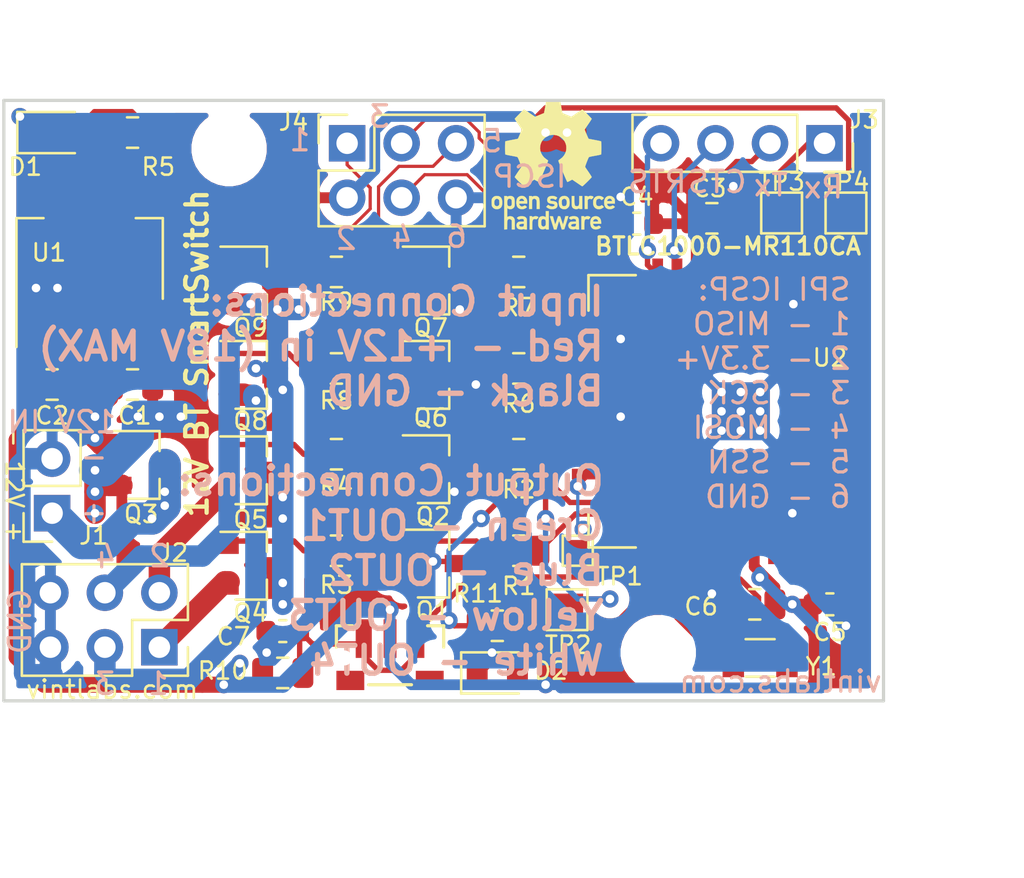
<source format=kicad_pcb>
(kicad_pcb (version 20171130) (host pcbnew 5.0.0)
  (layers (0 F.Cu signal) (31 B.Cu signal) (34 B.Paste user hide) (35 F.Paste user hide) (36 B.SilkS user) (37 F.SilkS user) (38 B.Mask user) (39 F.Mask user) (44 Edge.Cuts user))
  (net 0 "")
  (net 1 RESET)
  (net 2 VDD)
  (net 3 ADC_IN2)
  (net 4 "Net-(Q2-Pad1)")
  (net 5 "Net-(Q1-Pad2)")
  (net 6 "Net-(Q1-Pad1)")
  (net 7 GND)
  (net 8 "Net-(D1-Pad2)")
  (net 9 STATUS)
  (net 10 "Net-(D2-Pad2)")
  (net 11 +12V)
  (net 12 "Net-(U2-Pad18)")
  (net 13 "Net-(U2-Pad19)")
  (net 14 SPI_MISO)
  (net 15 SPI_SCK)
  (net 16 SPI_MOSI)
  (net 17 SPI_SSN)
  (net 18 RxD)
  (net 19 CTS)
  (net 20 TxD)
  (net 21 RTS)
  (net 22 "Net-(Q8-Pad1)")
  (net 23 "Net-(Q6-Pad2)")
  (net 24 "Net-(Q7-Pad1)")
  (net 25 CTRL_OUT4)
  (net 26 CTRL_OUT3)
  (net 27 "Net-(Q6-Pad1)")
  (net 28 "Net-(Q7-Pad2)")
  (net 29 "Net-(Q9-Pad1)")
  (net 30 "Net-(Q2-Pad2)")
  (net 31 "Net-(Q4-Pad1)")
  (net 32 CTRL_OUT2)
  (net 33 CTRL_OUT1)
  (net 34 LOAD_OUT1)
  (net 35 LOAD_OUT3)
  (net 36 LOAD_OUT4)
  (net 37 LOAD_OUT2)
  (net 38 "Net-(Q5-Pad1)")
  (net 39 12V_SUPP)
  (module BT_12v:ATBTLC1000-MR110 (layer F.Cu) (at 183.25 52.5 270)
    (fp_text reference U2 (at -2.5 -1.25) (layer F.SilkS) (effects (font (size 0.8 0.8) (thickness 0.12))))
    (fp_text value BTLC1000-MR110CA (at -7.7 3.5 180) (layer F.SilkS) (effects (font (size 0.8 0.8))))
    (pad 1 smd rect (at -6.35 0.476 270) (size 1.55 0.5) (layers F.Cu F.Paste F.Mask) (net 7 GND))
    (pad 25 smd rect (at 0 2.9 180) (size 2.7 2.7) (layers B.Cu) (net 7 GND))
    (pad 25 thru_hole circle (at -0.9 2 180) (size 0.8 0.8) (drill 0.4) (layers *.Cu F.Mask) (net 7 GND))
    (pad 25 thru_hole circle (at 0 2 180) (size 0.8 0.8) (drill 0.4) (layers *.Cu F.Mask) (net 7 GND))
    (pad 25 thru_hole circle (at 0.9 2 180) (size 0.8 0.8) (drill 0.4) (layers *.Cu F.Mask) (net 7 GND))
    (pad 25 thru_hole circle (at -0.9 2.9 180) (size 0.8 0.8) (drill 0.4) (layers *.Cu F.Mask) (net 7 GND))
    (pad 25 thru_hole circle (at -0.9 3.8 180) (size 0.8 0.8) (drill 0.4) (layers *.Cu F.Mask) (net 7 GND))
    (pad 25 thru_hole circle (at 0 3.8 180) (size 0.8 0.8) (drill 0.4) (layers *.Cu F.Mask) (net 7 GND))
    (pad 25 thru_hole circle (at 0 2.9 180) (size 0.8 0.8) (drill 0.4) (layers *.Cu F.Mask) (net 7 GND))
    (pad 25 thru_hole circle (at 0.9 2.9 180) (size 0.8 0.8) (drill 0.4) (layers *.Cu F.Mask) (net 7 GND))
    (pad 25 thru_hole circle (at 0.9 3.8 180) (size 0.8 0.8) (drill 0.4) (layers *.Cu F.Mask) (net 7 GND))
    (pad 2 smd rect (at -6.35 1.376 270) (size 1.55 0.5) (layers F.Cu F.Paste F.Mask) (net 25 CTRL_OUT4))
    (pad 3 smd rect (at -6.35 2.276 270) (size 1.55 0.5) (layers F.Cu F.Paste F.Mask) (net 26 CTRL_OUT3))
    (pad 4 smd rect (at -6.35 3.176 270) (size 1.55 0.5) (layers F.Cu F.Paste F.Mask) (net 18 RxD))
    (pad 5 smd rect (at -6.35 4.076 270) (size 1.55 0.5) (layers F.Cu F.Paste F.Mask) (net 20 TxD))
    (pad 6 smd rect (at -6.36 4.976 270) (size 1.55 0.5) (layers F.Cu F.Paste F.Mask) (net 2 VDD))
    (pad 7 smd rect (at -6.35 5.876 270) (size 1.55 0.5) (layers F.Cu F.Paste F.Mask) (net 19 CTS))
    (pad 8 smd rect (at -6.35 6.776 270) (size 1.55 0.5) (layers F.Cu F.Paste F.Mask) (net 21 RTS))
    (pad 9 smd rect (at -3.375 10) (size 1.55 0.5) (layers F.Cu F.Paste F.Mask) (net 7 GND))
    (pad 10 smd rect (at -2.475 10) (size 1.55 0.5) (layers F.Cu F.Paste F.Mask) (net 15 SPI_SCK))
    (pad 11 smd rect (at -1.575 10) (size 1.55 0.5) (layers F.Cu F.Paste F.Mask) (net 16 SPI_MOSI))
    (pad 12 smd rect (at -0.675 10) (size 1.55 0.5) (layers F.Cu F.Paste F.Mask) (net 17 SPI_SSN))
    (pad 13 smd rect (at 0.225 10) (size 1.55 0.5) (layers F.Cu F.Paste F.Mask) (net 7 GND))
    (pad 14 smd rect (at 1.125 10) (size 1.55 0.5) (layers F.Cu F.Paste F.Mask) (net 14 SPI_MISO))
    (pad 15 smd rect (at 2.025 10) (size 1.55 0.5) (layers F.Cu F.Paste F.Mask) (net 9 STATUS))
    (pad 16 smd rect (at 2.925 10) (size 1.55 0.5) (layers F.Cu F.Paste F.Mask) (net 3 ADC_IN2))
    (pad 21 smd rect (at 6.35 3.176 270) (size 1.55 0.5) (layers F.Cu F.Paste F.Mask) (net 33 CTRL_OUT1))
    (pad 24 smd rect (at 6.35 0.476 270) (size 1.55 0.5) (layers F.Cu F.Paste F.Mask) (net 7 GND))
    (pad 18 smd rect (at 6.35 5.876 270) (size 1.55 0.5) (layers F.Cu F.Paste F.Mask) (net 12 "Net-(U2-Pad18)"))
    (pad 17 smd rect (at 6.35 6.776 270) (size 1.55 0.5) (layers F.Cu F.Paste F.Mask) (net 2 VDD))
    (pad 19 smd rect (at 6.34 4.976 270) (size 1.55 0.5) (layers F.Cu F.Paste F.Mask) (net 13 "Net-(U2-Pad19)"))
    (pad 22 smd rect (at 6.35 2.276 270) (size 1.55 0.5) (layers F.Cu F.Paste F.Mask) (net 2 VDD))
    (pad 23 smd rect (at 6.35 1.376 270) (size 1.55 0.5) (layers F.Cu F.Paste F.Mask) (net 32 CTRL_OUT2))
    (pad 20 smd rect (at 6.35 4.076 270) (size 1.55 0.5) (layers F.Cu F.Paste F.Mask) (net 1 RESET))
    (pad 25 smd rect (at 0 2.9 180) (size 2.7 2.7) (layers F.Cu F.Paste F.Mask) (net 7 GND))
  )
  (module BT_12v:SW_TACTILE_PO21301 (layer F.Cu) (at 164 64)
    (fp_text reference SW1 hide)
    (fp_text value SW_Push)
    (pad "" smd rect (at -1.85 1.05) (size 1.3 0.9) (layers F.Cu F.Paste F.Mask))
    (pad "" smd rect (at 1.85 1.05) (size 1.3 0.9) (layers F.Cu F.Paste F.Mask))
    (pad "" np_thru_hole circle (at -2.125 0) (size 0.7 0.7) (drill 0.7) (layers *.Cu))
    (pad "" np_thru_hole circle (at 2.125 0) (size 0.7 0.7) (drill 0.7) (layers *.Cu))
    (pad 1 smd rect (at 1.225 -0.9) (size 0.75 1.8) (layers F.Cu F.Paste F.Mask) (net 1 RESET))
    (pad 2 smd rect (at 0 -0.9) (size 0.6 1.8) (layers F.Cu F.Paste F.Mask) (net 2 VDD))
    (pad 1 smd rect (at -1.225 -0.9) (size 0.75 1.8) (layers F.Cu F.Paste F.Mask) (net 1 RESET))
  )
  (module TestPoint:TestPoint_Pad_1.0x1.0mm (layer F.Cu) (at 172.75 59)
    (fp_text reference TP1 (at 1.95 1.2) (layer F.SilkS) (effects (font (size 0.8 0.8) (thickness 0.12))))
    (fp_text value TestPoint)
    (pad 1 smd rect (at 0 0) (size 1 1) (layers F.Cu F.Mask) (net 3 ADC_IN2))
  )
  (module TestPoint:TestPoint_Pad_1.5x1.5mm (layer F.Cu) (at 172.25 61.75)
    (fp_text reference TP2 (at 0.05 1.65) (layer F.SilkS) (effects (font (size 0.8 0.8) (thickness 0.12))))
    (fp_text value TestPoint)
    (pad 1 smd rect (at 0 0) (size 1.5 1.5) (layers F.Cu F.Mask) (net 32 CTRL_OUT2))
  )
  (module TestPoint:TestPoint_Pad_1.5x1.5mm (layer F.Cu) (at 185.25 43.25)
    (fp_text reference TP4 (at 0 -1.45) (layer F.SilkS) (effects (font (size 0.8 0.8) (thickness 0.12))))
    (fp_text value TestPoint)
    (pad 1 smd rect (at 0 0) (size 1.5 1.5) (layers F.Cu F.Mask) (net 25 CTRL_OUT4))
  )
  (module TestPoint:TestPoint_Pad_1.5x1.5mm (layer F.Cu) (at 182.25 43.25)
    (fp_text reference TP3 (at 0 -1.45) (layer F.SilkS) (effects (font (size 0.8 0.8) (thickness 0.12))))
    (fp_text value TestPoint)
    (pad 1 smd rect (at 0 0) (size 1.5 1.5) (layers F.Cu F.Mask) (net 26 CTRL_OUT3))
  )
  (module Connector_PinSocket_2.54mm:PinSocket_1x04_P2.54mm_Vertical (layer F.Cu) (at 184.25 40 270)
    (fp_text reference J3 (at -1.1 -1.85) (layer F.SilkS) (effects (font (size 0.8 0.8) (thickness 0.12))))
    (fp_text value Conn_02x02_Odd_Even)
    (pad 1 thru_hole rect (at 0 0 270) (size 1.7 1.7) (drill 1) (layers *.Cu *.Mask) (net 18 RxD))
    (pad 2 thru_hole oval (at 0 2.54 270) (size 1.7 1.7) (drill 1) (layers *.Cu *.Mask) (net 20 TxD))
    (pad 3 thru_hole oval (at 0 5.08 270) (size 1.7 1.7) (drill 1) (layers *.Cu *.Mask) (net 19 CTS))
    (pad 4 thru_hole oval (at 0 7.62 270) (size 1.7 1.7) (drill 1) (layers *.Cu *.Mask) (net 21 RTS))
  )
  (module Capacitor_SMD:C_0603_1608Metric (layer F.Cu) (at 159 62.75 180)
    (fp_text reference C7 (at 2.3 -0.25 180) (layer F.SilkS) (effects (font (size 0.8 0.8) (thickness 0.12))))
    (fp_text value C)
    (pad 1 smd roundrect (at -0.7875 0 180) (size 0.875 0.95) (layers F.Cu F.Paste F.Mask) (net 1 RESET))
    (pad 2 smd roundrect (at 0.7875 0 180) (size 0.875 0.95) (layers F.Cu F.Paste F.Mask) (net 7 GND))
  )
  (module Capacitor_SMD:C_0805_2012Metric (layer F.Cu) (at 179 43.5)
    (fp_text reference C3 (at -0.1 -1.4) (layer F.SilkS) (effects (font (size 0.8 0.8) (thickness 0.12))))
    (fp_text value 10u)
    (pad 2 smd roundrect (at 0.9375 0) (size 0.975 1.4) (layers F.Cu F.Paste F.Mask) (net 7 GND))
    (pad 1 smd roundrect (at -0.9375 0) (size 0.975 1.4) (layers F.Cu F.Paste F.Mask) (net 2 VDD))
  )
  (module Capacitor_SMD:C_0805_2012Metric (layer F.Cu) (at 181 61.5 180)
    (fp_text reference C6 (at 2.5 -0.1 180) (layer F.SilkS) (effects (font (size 0.8 0.8) (thickness 0.12))))
    (fp_text value 10u)
    (pad 2 smd roundrect (at 0.9375 0 180) (size 0.975 1.4) (layers F.Cu F.Paste F.Mask) (net 7 GND))
    (pad 1 smd roundrect (at -0.9375 0 180) (size 0.975 1.4) (layers F.Cu F.Paste F.Mask) (net 2 VDD))
  )
  (module Capacitor_SMD:C_0805_2012Metric (layer F.Cu) (at 148.25 51.25 180)
    (fp_text reference C2 (at 0 -1.45 180) (layer F.SilkS) (effects (font (size 0.8 0.8) (thickness 0.12))))
    (fp_text value 10u)
    (pad 1 smd roundrect (at -0.9375 0 180) (size 0.975 1.4) (layers F.Cu F.Paste F.Mask) (net 2 VDD))
    (pad 2 smd roundrect (at 0.9375 0 180) (size 0.975 1.4) (layers F.Cu F.Paste F.Mask) (net 7 GND))
  )
  (module Connector_PinSocket_2.54mm:PinSocket_1x02_P2.54mm_Vertical (layer F.Cu) (at 148.25 57.25 180)
    (fp_text reference J1 (at -1.95 -1.05 180) (layer F.SilkS) (effects (font (size 0.8 0.8) (thickness 0.12))))
    (fp_text value Screw_Terminal_01x02)
    (pad 1 thru_hole rect (at 0 0 180) (size 1.7 1.7) (drill 1) (layers *.Cu *.Mask) (net 39 12V_SUPP))
    (pad 2 thru_hole oval (at 0 2.54 180) (size 1.7 1.7) (drill 1) (layers *.Cu *.Mask) (net 7 GND))
  )
  (module Connector_PinSocket_2.54mm:PinSocket_2x03_P2.54mm_Vertical (layer F.Cu) (at 162 40 90)
    (fp_text reference J4 (at 1 -2.5 180) (layer F.SilkS) (effects (font (size 0.8 0.8) (thickness 0.12))))
    (fp_text value Conn_02x03_Odd_Even)
    (pad 6 thru_hole oval (at -2.54 5.08 90) (size 1.7 1.7) (drill 1) (layers *.Cu *.Mask) (net 7 GND))
    (pad 5 thru_hole oval (at 0 5.08 90) (size 1.7 1.7) (drill 1) (layers *.Cu *.Mask) (net 17 SPI_SSN))
    (pad 4 thru_hole oval (at -2.54 2.54 90) (size 1.7 1.7) (drill 1) (layers *.Cu *.Mask) (net 16 SPI_MOSI))
    (pad 3 thru_hole oval (at 0 2.54 90) (size 1.7 1.7) (drill 1) (layers *.Cu *.Mask) (net 15 SPI_SCK))
    (pad 2 thru_hole oval (at -2.54 0 90) (size 1.7 1.7) (drill 1) (layers *.Cu *.Mask) (net 2 VDD))
    (pad 1 thru_hole rect (at 0 0 90) (size 1.7 1.7) (drill 1) (layers *.Cu *.Mask) (net 14 SPI_MISO))
  )
  (module Connector_PinSocket_2.54mm:PinSocket_2x03_P2.54mm_Vertical (layer F.Cu) (at 153.25 63.5 270)
    (fp_text reference J2 (at -4.4 -0.65) (layer F.SilkS) (effects (font (size 0.8 0.8) (thickness 0.12))))
    (fp_text value Conn_02x03_Odd_Even)
    (pad 1 thru_hole rect (at 0 0 270) (size 1.7 1.7) (drill 1) (layers *.Cu *.Mask) (net 34 LOAD_OUT1))
    (pad 2 thru_hole oval (at -2.54 0 270) (size 1.7 1.7) (drill 1) (layers *.Cu *.Mask) (net 37 LOAD_OUT2))
    (pad 3 thru_hole oval (at 0 2.54 270) (size 1.7 1.7) (drill 1) (layers *.Cu *.Mask) (net 35 LOAD_OUT3))
    (pad 4 thru_hole oval (at -2.54 2.54 270) (size 1.7 1.7) (drill 1) (layers *.Cu *.Mask) (net 36 LOAD_OUT4))
    (pad 5 thru_hole oval (at 0 5.08 270) (size 1.7 1.7) (drill 1) (layers *.Cu *.Mask) (net 7 GND))
    (pad 6 thru_hole oval (at -2.54 5.08 270) (size 1.7 1.7) (drill 1) (layers *.Cu *.Mask) (net 7 GND))
  )
  (module Package_TO_SOT_SMD:SOT-23 (layer F.Cu) (at 166 46.4)
    (fp_text reference Q7 (at -0.1 2.2) (layer F.SilkS) (effects (font (size 0.8 0.8) (thickness 0.12))))
    (fp_text value PZT2222A)
    (pad 3 smd rect (at 1 0) (size 0.9 0.8) (layers F.Cu F.Paste F.Mask) (net 7 GND))
    (pad 2 smd rect (at -1 0.95) (size 0.9 0.8) (layers F.Cu F.Paste F.Mask) (net 28 "Net-(Q7-Pad2)"))
    (pad 1 smd rect (at -1 -0.95) (size 0.9 0.8) (layers F.Cu F.Paste F.Mask) (net 24 "Net-(Q7-Pad1)"))
  )
  (module Package_TO_SOT_SMD:SOT-23 (layer F.Cu) (at 157.5 59.7)
    (fp_text reference Q4 (at 0 2.2) (layer F.SilkS) (effects (font (size 0.8 0.8) (thickness 0.12))))
    (fp_text value IRLML6402)
    (pad 1 smd rect (at -1 -0.95) (size 0.9 0.8) (layers F.Cu F.Paste F.Mask) (net 31 "Net-(Q4-Pad1)"))
    (pad 2 smd rect (at -1 0.95) (size 0.9 0.8) (layers F.Cu F.Paste F.Mask) (net 34 LOAD_OUT1))
    (pad 3 smd rect (at 1 0) (size 0.9 0.8) (layers F.Cu F.Paste F.Mask) (net 11 +12V))
  )
  (module Package_TO_SOT_SMD:SOT-23 (layer F.Cu) (at 157.5 46.4)
    (fp_text reference Q9 (at 0 2.2) (layer F.SilkS) (effects (font (size 0.8 0.8) (thickness 0.12))))
    (fp_text value IRLML6402)
    (pad 3 smd rect (at 1 0) (size 0.9 0.8) (layers F.Cu F.Paste F.Mask) (net 11 +12V))
    (pad 2 smd rect (at -1 0.95) (size 0.9 0.8) (layers F.Cu F.Paste F.Mask) (net 36 LOAD_OUT4))
    (pad 1 smd rect (at -1 -0.95) (size 0.9 0.8) (layers F.Cu F.Paste F.Mask) (net 29 "Net-(Q9-Pad1)"))
  )
  (module Package_TO_SOT_SMD:SOT-23 (layer F.Cu) (at 157.5 50.8)
    (fp_text reference Q8 (at 0 2.15) (layer F.SilkS) (effects (font (size 0.8 0.8) (thickness 0.12))))
    (fp_text value IRLML6402)
    (pad 1 smd rect (at -1 -0.95) (size 0.9 0.8) (layers F.Cu F.Paste F.Mask) (net 22 "Net-(Q8-Pad1)"))
    (pad 2 smd rect (at -1 0.95) (size 0.9 0.8) (layers F.Cu F.Paste F.Mask) (net 35 LOAD_OUT3))
    (pad 3 smd rect (at 1 0) (size 0.9 0.8) (layers F.Cu F.Paste F.Mask) (net 11 +12V))
  )
  (module Package_TO_SOT_SMD:SOT-23 (layer F.Cu) (at 166 50.8)
    (fp_text reference Q6 (at -0.1 2) (layer F.SilkS) (effects (font (size 0.8 0.8) (thickness 0.12))))
    (fp_text value PZT2222A)
    (pad 3 smd rect (at 1 0) (size 0.9 0.8) (layers F.Cu F.Paste F.Mask) (net 7 GND))
    (pad 2 smd rect (at -1 0.95) (size 0.9 0.8) (layers F.Cu F.Paste F.Mask) (net 23 "Net-(Q6-Pad2)"))
    (pad 1 smd rect (at -1 -0.95) (size 0.9 0.8) (layers F.Cu F.Paste F.Mask) (net 27 "Net-(Q6-Pad1)"))
  )
  (module Package_TO_SOT_SMD:SOT-23 (layer F.Cu) (at 157.5 55.25)
    (fp_text reference Q5 (at 0 2.3) (layer F.SilkS) (effects (font (size 0.8 0.8) (thickness 0.12))))
    (fp_text value IRLML6402)
    (pad 1 smd rect (at -1 -0.95) (size 0.9 0.8) (layers F.Cu F.Paste F.Mask) (net 38 "Net-(Q5-Pad1)"))
    (pad 2 smd rect (at -1 0.95) (size 0.9 0.8) (layers F.Cu F.Paste F.Mask) (net 37 LOAD_OUT2))
    (pad 3 smd rect (at 1 0) (size 0.9 0.8) (layers F.Cu F.Paste F.Mask) (net 11 +12V))
  )
  (module Resistor_SMD:R_0805_2012Metric (layer F.Cu) (at 161.5 46)
    (fp_text reference R9 (at 0 1.4) (layer F.SilkS) (effects (font (size 0.8 0.8) (thickness 0.12))))
    (fp_text value 1k)
    (pad 2 smd roundrect (at 0.9375 0) (size 0.975 1.4) (layers F.Cu F.Paste F.Mask) (net 28 "Net-(Q7-Pad2)"))
    (pad 1 smd roundrect (at -0.9375 0) (size 0.975 1.4) (layers F.Cu F.Paste F.Mask) (net 29 "Net-(Q9-Pad1)"))
  )
  (module Resistor_SMD:R_0805_2012Metric (layer F.Cu) (at 159 64.7 180)
    (fp_text reference R10 (at 2.8 0.1 180) (layer F.SilkS) (effects (font (size 0.8 0.8) (thickness 0.12))))
    (fp_text value 10k)
    (pad 1 smd roundrect (at -0.9375 0 180) (size 0.975 1.4) (layers F.Cu F.Paste F.Mask) (net 1 RESET))
    (pad 2 smd roundrect (at 0.9375 0 180) (size 0.975 1.4) (layers F.Cu F.Paste F.Mask) (net 7 GND))
  )
  (module Resistor_SMD:R_0805_2012Metric (layer F.Cu) (at 169 62.5)
    (fp_text reference R11 (at -0.9 -1.5) (layer F.SilkS) (effects (font (size 0.8 0.8) (thickness 0.12))))
    (fp_text value 1k)
    (pad 2 smd roundrect (at 0.9375 0) (size 0.975 1.4) (layers F.Cu F.Paste F.Mask) (net 10 "Net-(D2-Pad2)"))
    (pad 1 smd roundrect (at -0.9375 0) (size 0.975 1.4) (layers F.Cu F.Paste F.Mask) (net 9 STATUS))
  )
  (module Resistor_SMD:R_0805_2012Metric (layer F.Cu) (at 170 50.5 180)
    (fp_text reference R6 (at 0 -1.65 180) (layer F.SilkS) (effects (font (size 0.8 0.8) (thickness 0.12))))
    (fp_text value 1k)
    (pad 1 smd roundrect (at -0.9375 0 180) (size 0.975 1.4) (layers F.Cu F.Paste F.Mask) (net 26 CTRL_OUT3))
    (pad 2 smd roundrect (at 0.9375 0 180) (size 0.975 1.4) (layers F.Cu F.Paste F.Mask) (net 27 "Net-(Q6-Pad1)"))
  )
  (module Resistor_SMD:R_0805_2012Metric (layer F.Cu) (at 170 46 180)
    (fp_text reference R7 (at 0 -1.65 180) (layer F.SilkS) (effects (font (size 0.8 0.8) (thickness 0.12))))
    (fp_text value 1k)
    (pad 2 smd roundrect (at 0.9375 0 180) (size 0.975 1.4) (layers F.Cu F.Paste F.Mask) (net 24 "Net-(Q7-Pad1)"))
    (pad 1 smd roundrect (at -0.9375 0 180) (size 0.975 1.4) (layers F.Cu F.Paste F.Mask) (net 25 CTRL_OUT4))
  )
  (module Resistor_SMD:R_0805_2012Metric (layer F.Cu) (at 161.5 50.5)
    (fp_text reference R8 (at 0 1.5) (layer F.SilkS) (effects (font (size 0.8 0.8) (thickness 0.12))))
    (fp_text value 1k)
    (pad 1 smd roundrect (at -0.9375 0) (size 0.975 1.4) (layers F.Cu F.Paste F.Mask) (net 22 "Net-(Q8-Pad1)"))
    (pad 2 smd roundrect (at 0.9375 0) (size 0.975 1.4) (layers F.Cu F.Paste F.Mask) (net 23 "Net-(Q6-Pad2)"))
  )
  (module Capacitor_SMD:C_0805_2012Metric (layer F.Cu) (at 152 51.25 180)
    (fp_text reference C1 (at -0.1 -1.45 180) (layer F.SilkS) (effects (font (size 0.8 0.8) (thickness 0.12))))
    (fp_text value 10u)
    (pad 2 smd roundrect (at 0.9375 0 180) (size 0.975 1.4) (layers F.Cu F.Paste F.Mask) (net 7 GND))
    (pad 1 smd roundrect (at -0.9375 0 180) (size 0.975 1.4) (layers F.Cu F.Paste F.Mask) (net 11 +12V))
  )
  (module Capacitor_SMD:C_0603_1608Metric (layer F.Cu) (at 175.5 43.75 180)
    (fp_text reference C4 (at 0 1.25 180) (layer F.SilkS) (effects (font (size 0.8 0.8) (thickness 0.12))))
    (fp_text value 1u)
    (pad 2 smd roundrect (at 0.7875 0 180) (size 0.875 0.95) (layers F.Cu F.Paste F.Mask) (net 7 GND))
    (pad 1 smd roundrect (at -0.7875 0 180) (size 0.875 0.95) (layers F.Cu F.Paste F.Mask) (net 2 VDD))
  )
  (module Capacitor_SMD:C_0603_1608Metric (layer F.Cu) (at 184.5 61.5)
    (fp_text reference C5 (at 0 1.3) (layer F.SilkS) (effects (font (size 0.8 0.8) (thickness 0.12))))
    (fp_text value 1u)
    (pad 1 smd roundrect (at -0.7875 0) (size 0.875 0.95) (layers F.Cu F.Paste F.Mask) (net 2 VDD))
    (pad 2 smd roundrect (at 0.7875 0) (size 0.875 0.95) (layers F.Cu F.Paste F.Mask) (net 7 GND))
  )
  (module MountingHole:MountingHole_2.5mm (layer F.Cu) (at 176.5 63.75)
    (fp_text reference REF** hide)
    (fp_text value MountingHole_2.5mm)
    (pad 1 np_thru_hole circle (at 0 0) (size 2.5 2.5) (drill 2.5) (layers *.Cu *.Mask))
  )
  (module Package_TO_SOT_SMD:SOT-23 (layer F.Cu) (at 152.5 55)
    (fp_text reference Q3 (at -0.1 2.3) (layer F.SilkS) (effects (font (size 0.8 0.8) (thickness 0.12))))
    (fp_text value IRLML6402)
    (pad 1 smd rect (at -1 -0.95) (size 0.9 0.8) (layers F.Cu F.Paste F.Mask) (net 7 GND))
    (pad 2 smd rect (at -1 0.95) (size 0.9 0.8) (layers F.Cu F.Paste F.Mask) (net 11 +12V))
    (pad 3 smd rect (at 1 0) (size 0.9 0.8) (layers F.Cu F.Paste F.Mask) (net 39 12V_SUPP))
  )
  (module Package_TO_SOT_SMD:SOT-23 (layer F.Cu) (at 166 59.6)
    (fp_text reference Q1 (at 0 2.2) (layer F.SilkS) (effects (font (size 0.8 0.8) (thickness 0.12))))
    (fp_text value PZT2222A)
    (pad 1 smd rect (at -1 -0.95) (size 0.9 0.8) (layers F.Cu F.Paste F.Mask) (net 6 "Net-(Q1-Pad1)"))
    (pad 2 smd rect (at -1 0.95) (size 0.9 0.8) (layers F.Cu F.Paste F.Mask) (net 5 "Net-(Q1-Pad2)"))
    (pad 3 smd rect (at 1 0) (size 0.9 0.8) (layers F.Cu F.Paste F.Mask) (net 7 GND))
  )
  (module Crystal:Crystal_SMD_3215-2Pin_3.2x1.5mm (layer F.Cu) (at 181.25 64 180)
    (fp_text reference Y1 (at -2.85 -0.4 180) (layer F.SilkS) (effects (font (size 0.8 0.8) (thickness 0.12))))
    (fp_text value Crystal)
    (pad 1 smd rect (at 1.25 0 180) (size 1 1.8) (layers F.Cu F.Paste F.Mask) (net 12 "Net-(U2-Pad18)"))
    (pad 2 smd rect (at -1.25 0 180) (size 1 1.8) (layers F.Cu F.Paste F.Mask) (net 13 "Net-(U2-Pad19)"))
  )
  (module LED_SMD:LED_0805_2012Metric (layer F.Cu) (at 169 64.7)
    (fp_text reference D2 (at 2.5 -0.1) (layer F.SilkS) (effects (font (size 0.8 0.8) (thickness 0.12))))
    (fp_text value LED)
    (pad 2 smd roundrect (at 0.9375 0) (size 0.975 1.4) (layers F.Cu F.Paste F.Mask) (net 10 "Net-(D2-Pad2)"))
    (pad 1 smd roundrect (at -0.9375 0) (size 0.975 1.4) (layers F.Cu F.Paste F.Mask) (net 7 GND))
  )
  (module LED_SMD:LED_0805_2012Metric (layer F.Cu) (at 148.3125 39.5)
    (fp_text reference D1 (at -1.3125 1.6) (layer F.SilkS) (effects (font (size 0.8 0.8) (thickness 0.12))))
    (fp_text value LED)
    (pad 1 smd roundrect (at -0.9375 0) (size 0.975 1.4) (layers F.Cu F.Paste F.Mask) (net 7 GND))
    (pad 2 smd roundrect (at 0.9375 0) (size 0.975 1.4) (layers F.Cu F.Paste F.Mask) (net 8 "Net-(D1-Pad2)"))
  )
  (module Package_TO_SOT_SMD:SOT-223-3_TabPin2 (layer F.Cu) (at 150 45.4 90)
    (fp_text reference U1 (at 0.3 -1.9 180) (layer F.SilkS) (effects (font (size 0.8 0.8) (thickness 0.12))))
    (fp_text value AP1117-33)
    (pad 2 smd rect (at 3.15 0 90) (size 2 3.8) (layers F.Cu F.Paste F.Mask) (net 2 VDD))
    (pad 2 smd rect (at -3.15 0 90) (size 2 1.5) (layers F.Cu F.Paste F.Mask) (net 2 VDD))
    (pad 3 smd rect (at -3.15 2.3 90) (size 2 1.5) (layers F.Cu F.Paste F.Mask) (net 11 +12V))
    (pad 1 smd rect (at -3.15 -2.3 90) (size 2 1.5) (layers F.Cu F.Paste F.Mask) (net 7 GND))
  )
  (module Package_TO_SOT_SMD:SOT-23 (layer F.Cu) (at 166 55.2)
    (fp_text reference Q2 (at 0 2.2) (layer F.SilkS) (effects (font (size 0.8 0.8) (thickness 0.12))))
    (fp_text value PZT2222A)
    (pad 1 smd rect (at -1 -0.95) (size 0.9 0.8) (layers F.Cu F.Paste F.Mask) (net 4 "Net-(Q2-Pad1)"))
    (pad 2 smd rect (at -1 0.95) (size 0.9 0.8) (layers F.Cu F.Paste F.Mask) (net 30 "Net-(Q2-Pad2)"))
    (pad 3 smd rect (at 1 0) (size 0.9 0.8) (layers F.Cu F.Paste F.Mask) (net 7 GND))
  )
  (module Resistor_SMD:R_0805_2012Metric (layer F.Cu) (at 161.5 59)
    (fp_text reference R3 (at 0 1.6) (layer F.SilkS) (effects (font (size 0.8 0.8) (thickness 0.12))))
    (fp_text value 1k)
    (pad 1 smd roundrect (at -0.9375 0) (size 0.975 1.4) (layers F.Cu F.Paste F.Mask) (net 31 "Net-(Q4-Pad1)"))
    (pad 2 smd roundrect (at 0.9375 0) (size 0.975 1.4) (layers F.Cu F.Paste F.Mask) (net 5 "Net-(Q1-Pad2)"))
  )
  (module Resistor_SMD:R_0805_2012Metric (layer F.Cu) (at 170 54.5 180)
    (fp_text reference R2 (at 0 -1.65 180) (layer F.SilkS) (effects (font (size 0.8 0.8) (thickness 0.12))))
    (fp_text value 1k)
    (pad 2 smd roundrect (at 0.9375 0 180) (size 0.975 1.4) (layers F.Cu F.Paste F.Mask) (net 4 "Net-(Q2-Pad1)"))
    (pad 1 smd roundrect (at -0.9375 0 180) (size 0.975 1.4) (layers F.Cu F.Paste F.Mask) (net 32 CTRL_OUT2))
  )
  (module Resistor_SMD:R_0805_2012Metric (layer F.Cu) (at 170 59 180)
    (fp_text reference R1 (at 0 -1.65 180) (layer F.SilkS) (effects (font (size 0.8 0.8) (thickness 0.12))))
    (fp_text value 1k)
    (pad 1 smd roundrect (at -0.9375 0 180) (size 0.975 1.4) (layers F.Cu F.Paste F.Mask) (net 33 CTRL_OUT1))
    (pad 2 smd roundrect (at 0.9375 0 180) (size 0.975 1.4) (layers F.Cu F.Paste F.Mask) (net 6 "Net-(Q1-Pad1)"))
  )
  (module Resistor_SMD:R_0805_2012Metric (layer F.Cu) (at 161.5 54.5)
    (fp_text reference R4 (at 0 1.5) (layer F.SilkS) (effects (font (size 0.8 0.8) (thickness 0.12))))
    (fp_text value 1k)
    (pad 2 smd roundrect (at 0.9375 0) (size 0.975 1.4) (layers F.Cu F.Paste F.Mask) (net 30 "Net-(Q2-Pad2)"))
    (pad 1 smd roundrect (at -0.9375 0) (size 0.975 1.4) (layers F.Cu F.Paste F.Mask) (net 38 "Net-(Q5-Pad1)"))
  )
  (module Resistor_SMD:R_0805_2012Metric (layer F.Cu) (at 152 39.5)
    (fp_text reference R5 (at 1.2 1.6) (layer F.SilkS) (effects (font (size 0.8 0.8) (thickness 0.12))))
    (fp_text value 1k)
    (pad 1 smd roundrect (at -0.9375 0) (size 0.975 1.4) (layers F.Cu F.Paste F.Mask) (net 2 VDD))
    (pad 2 smd roundrect (at 0.9375 0) (size 0.975 1.4) (layers F.Cu F.Paste F.Mask) (net 8 "Net-(D1-Pad2)"))
  )
  (module MountingHole:MountingHole_2.5mm (layer F.Cu) (at 156.5 40.25)
    (fp_text reference REF** hide)
    (fp_text value MountingHole_2.5mm)
    (pad 1 np_thru_hole circle (at 0 0) (size 2.5 2.5) (drill 2.5) (layers *.Cu *.Mask))
  )
  (module Symbol:OSHW-Logo_5.7x6mm_SilkScreen (layer F.Cu) (at 171.6 41)
    (fp_text reference REF** hide)
    (fp_text value OSHW-Logo_5.7x6mm_SilkScreen hide)
  )
  (gr_text "vintlabs.com\n\n" (at 182.2 65.9) (layer B.SilkS) (effects (font (size 1 1)) (justify mirror)))
  (gr_text + (at 150.2 57.2) (layer B.SilkS) (effects (font (size 1 1)) (justify mirror)))
  (gr_text - (at 150.2 54.6) (layer B.SilkS) (effects (font (size 1 1)) (justify mirror)))
  (gr_text "12V IN" (at 148.7 53) (layer B.SilkS) (effects (font (size 1 1)) (justify mirror)))
  (gr_text ISCP (at 170.5 41.55) (layer B.SilkS) (effects (font (size 1 1)) (justify mirror)))
  (gr_text "SPI ICSP:\n1 - MISO\n2 - 3.3V+\n3 - SCK\n4 - MOSI\n5 - SSN\n6 - GND" (at 185.55 51.65) (layer B.SilkS) (effects (font (size 1 1)) (justify left mirror)))
  (gr_text 3 (at 163.5 38.75) (layer B.SilkS) (effects (font (size 1 1)) (justify mirror)))
  (gr_text 5 (at 168.75 39.9) (layer B.SilkS) (effects (font (size 1 1)) (justify mirror)))
  (gr_text 6 (at 167.1 44.35) (layer B.SilkS) (effects (font (size 1 1)) (justify mirror)))
  (gr_text 4 (at 164.55 44.4) (layer B.SilkS) (effects (font (size 1 1)) (justify mirror)))
  (gr_text 2 (at 161.95 44.45) (layer B.SilkS) (effects (font (size 1 1)) (justify mirror)))
  (gr_text 1 (at 159.8 39.85) (layer B.SilkS) (effects (font (size 1 1)) (justify mirror)))
  (gr_text RTS (at 176.45 41.8) (layer B.SilkS) (effects (font (size 1 1)) (justify mirror)))
  (gr_text CTS (at 179.25 41.8) (layer B.SilkS) (effects (font (size 1 1)) (justify mirror)))
  (gr_text Tx (at 181.75 41.95) (layer B.SilkS) (effects (font (size 1 1)) (justify mirror)))
  (gr_text Rx (at 184.2 42.05) (layer B.SilkS) (effects (font (size 1 1)) (justify mirror)))
  (gr_text 3 (at 150.7 65.2) (layer B.SilkS) (effects (font (size 1 1)) (justify mirror)))
  (gr_text 2 (at 153.25 59.25) (layer B.SilkS) (effects (font (size 1 1)) (justify mirror)))
  (gr_text 1 (at 153.2 65.2) (layer B.SilkS) (effects (font (size 1 1)) (justify mirror)))
  (gr_text 4 (at 150.75 59.3) (layer B.SilkS) (effects (font (size 1 1)) (justify mirror)))
  (gr_text GND (at 146.75 62.3 90) (layer B.SilkS) (effects (font (size 1 1)) (justify mirror)))
  (gr_text "- 12V +" (at 146.5 55.9 270) (layer F.SilkS) (effects (font (size 0.8 0.8) (thickness 0.12))))
  (gr_text "Input Connections:\nRed - +12V in (18V MAX)\nBlack - GND\n\nOutput Connections:\nGreen - OUT1\nBlue - OUT2\nYellow - OUT3\nWhite - OUT4" (at 174.1 55.75) (layer B.SilkS) (effects (font (size 1.3 1.3) (thickness 0.25)) (justify left mirror)))
  (gr_text "vintlabs.com\n\n" (at 151.05 66.15) (layer F.SilkS) (effects (font (size 0.85 0.85) (thickness 0.12))))
  (gr_text "12V BT SmartSwitch" (at 155 49.8 90) (layer F.SilkS) (effects (font (size 1 1) (thickness 0.2))))
  (gr_line (start 146 66) (end 146 38) (layer Edge.Cuts) (width 0.15))
  (gr_line (start 187 66) (end 146 66) (layer Edge.Cuts) (width 0.15))
  (gr_line (start 187 38) (end 187 66) (layer Edge.Cuts) (width 0.15))
  (gr_line (start 146 38) (end 187 38) (layer Edge.Cuts) (width 0.15))
  (segment (start 160.3875 63.35) (end 159.7875 62.75) (width 0.25) (layer F.Cu) (net 1))
  (segment (start 162.775 63.35) (end 160.3875 63.35) (width 0.25) (layer F.Cu) (net 1))
  (segment (start 159.7875 64.55) (end 159.9375 64.7) (width 0.25) (layer F.Cu) (net 1))
  (segment (start 159.7875 62.75) (end 159.7875 64.55) (width 0.25) (layer F.Cu) (net 1))
  (segment (start 163.439999 64.575001) (end 164.524999 64.575001) (width 0.25) (layer F.Cu) (net 1))
  (segment (start 165.225 63.875) (end 165.225 63.35) (width 0.25) (layer F.Cu) (net 1))
  (segment (start 164.524999 64.575001) (end 165.225 63.875) (width 0.25) (layer F.Cu) (net 1))
  (segment (start 162.775 63.910002) (end 163.439999 64.575001) (width 0.25) (layer F.Cu) (net 1))
  (segment (start 162.775 63.35) (end 162.775 63.910002) (width 0.25) (layer F.Cu) (net 1))
  (segment (start 179.174 57.825) (end 179.174 58.85) (width 0.25) (layer F.Cu) (net 1))
  (segment (start 179.088999 57.739999) (end 179.174 57.825) (width 0.25) (layer F.Cu) (net 1))
  (segment (start 175.973999 57.739999) (end 179.088999 57.739999) (width 0.25) (layer F.Cu) (net 1))
  (segment (start 173.488997 60.225001) (end 175.973999 57.739999) (width 0.25) (layer F.Cu) (net 1))
  (segment (start 167.775997 60.225001) (end 173.488997 60.225001) (width 0.25) (layer F.Cu) (net 1))
  (segment (start 165.225 62.775998) (end 167.775997 60.225001) (width 0.25) (layer F.Cu) (net 1))
  (segment (start 165.225 63.1) (end 165.225 62.775998) (width 0.25) (layer F.Cu) (net 1))
  (segment (start 178.274 43.7115) (end 178.274 46.14) (width 0.5) (layer F.Cu) (net 2))
  (segment (start 178.0625 43.5) (end 178.274 43.7115) (width 0.5) (layer F.Cu) (net 2))
  (segment (start 178.274 44.865) (end 178.274 46.14) (width 0.5) (layer F.Cu) (net 2))
  (segment (start 183.7125 61.5) (end 182.75 61.5) (width 0.5) (layer F.Cu) (net 2))
  (segment (start 181.9375 60.7) (end 181.9375 61.5) (width 0.5) (layer F.Cu) (net 2))
  (segment (start 180.974 59.7365) (end 181.2375 60) (width 0.5) (layer F.Cu) (net 2))
  (segment (start 180.974 58.85) (end 180.974 59.7365) (width 0.5) (layer F.Cu) (net 2))
  (via (at 171.25 39.5) (size 0.8) (drill 0.4) (layers F.Cu B.Cu) (net 2))
  (via (at 172.25 39.5) (size 0.8) (drill 0.4) (layers F.Cu B.Cu) (net 2))
  (segment (start 163.289999 39.399999) (end 163.939998 38.75) (width 0.5) (layer B.Cu) (net 2))
  (segment (start 162 42.54) (end 163.289999 41.250001) (width 0.5) (layer B.Cu) (net 2))
  (segment (start 163.289999 41.250001) (end 163.289999 39.399999) (width 0.5) (layer B.Cu) (net 2))
  (segment (start 170.5 38.75) (end 171.25 39.5) (width 0.5) (layer B.Cu) (net 2))
  (segment (start 163.939998 38.75) (end 170.5 38.75) (width 0.5) (layer B.Cu) (net 2))
  (segment (start 150 40.5625) (end 151.0625 39.5) (width 0.5) (layer F.Cu) (net 2))
  (segment (start 150 42.25) (end 150 40.5625) (width 0.5) (layer F.Cu) (net 2))
  (segment (start 150 48.55) (end 150 42.25) (width 1) (layer F.Cu) (net 2))
  (via (at 164 61.75) (size 0.8) (drill 0.4) (layers F.Cu B.Cu) (net 2))
  (segment (start 171.25 65.25) (end 165 65.25) (width 0.5) (layer B.Cu) (net 2))
  (segment (start 165 65.25) (end 164 64.25) (width 0.5) (layer B.Cu) (net 2))
  (segment (start 164 61.75) (end 164 64.25) (width 0.5) (layer B.Cu) (net 2))
  (via (at 171.25 65.25) (size 0.8) (drill 0.4) (layers F.Cu B.Cu) (net 2))
  (segment (start 181.2375 60) (end 181.9375 60.7) (width 0.5) (layer F.Cu) (net 2))
  (via (at 181.2375 60.25) (size 0.8) (drill 0.4) (layers F.Cu B.Cu) (net 2))
  (segment (start 182.75 61.5) (end 181.9375 61.5) (width 0.5) (layer F.Cu) (net 2))
  (via (at 182.75 61.5) (size 0.8) (drill 0.4) (layers F.Cu B.Cu) (net 2))
  (segment (start 183.7125 61.5) (end 181.9375 61.5) (width 0.5) (layer F.Cu) (net 2))
  (segment (start 181.2375 60) (end 181.25 60) (width 0.5) (layer B.Cu) (net 2))
  (segment (start 182.75 61.5) (end 184.25 63) (width 0.5) (layer B.Cu) (net 2))
  (segment (start 184.25 63) (end 184.25 65.25) (width 0.5) (layer B.Cu) (net 2))
  (segment (start 171.815685 65.25) (end 171.25 65.25) (width 0.5) (layer B.Cu) (net 2))
  (segment (start 171.965686 65.400001) (end 171.815685 65.25) (width 0.5) (layer B.Cu) (net 2))
  (segment (start 184.099999 65.400001) (end 171.965686 65.400001) (width 0.5) (layer B.Cu) (net 2))
  (segment (start 184.25 65.25) (end 184.099999 65.400001) (width 0.5) (layer B.Cu) (net 2))
  (segment (start 182.4875 61.5) (end 181.2375 60.25) (width 0.5) (layer B.Cu) (net 2))
  (segment (start 182.75 61.5) (end 182.4875 61.5) (width 0.5) (layer B.Cu) (net 2))
  (segment (start 171.815685 65.25) (end 171.25 65.25) (width 0.5) (layer F.Cu) (net 2))
  (segment (start 176.474 60.591685) (end 171.815685 65.25) (width 0.5) (layer F.Cu) (net 2))
  (segment (start 176.474 58.85) (end 176.474 60.591685) (width 0.5) (layer F.Cu) (net 2))
  (segment (start 174.0625 39.5) (end 172.25 39.5) (width 0.5) (layer F.Cu) (net 2))
  (segment (start 178.0625 43.5) (end 174.0625 39.5) (width 0.5) (layer F.Cu) (net 2))
  (segment (start 172.25 39.5) (end 171.25 39.5) (width 0.5) (layer F.Cu) (net 2))
  (segment (start 150 50.4375) (end 149.1875 51.25) (width 0.75) (layer F.Cu) (net 2))
  (segment (start 150 48.55) (end 150 50.4375) (width 0.75) (layer F.Cu) (net 2))
  (segment (start 146.60001 63.965012) (end 147.884998 65.25) (width 0.75) (layer F.Cu) (net 2))
  (segment (start 149.1875 51.25) (end 146.60001 53.83749) (width 0.75) (layer F.Cu) (net 2))
  (segment (start 146.60001 53.83749) (end 146.60001 63.965012) (width 0.75) (layer F.Cu) (net 2))
  (segment (start 147.884998 65.25) (end 155.25 65.25) (width 0.75) (layer F.Cu) (net 2))
  (via (at 156.25 65.25) (size 0.8) (drill 0.4) (layers F.Cu B.Cu) (net 2))
  (via (at 157 64.25) (size 0.8) (drill 0.4) (layers F.Cu B.Cu) (net 2))
  (segment (start 155.25 65.25) (end 156.25 65.25) (width 0.75) (layer F.Cu) (net 2))
  (segment (start 156.25 65) (end 157 64.25) (width 0.75) (layer B.Cu) (net 2))
  (segment (start 156.25 65.25) (end 156.25 65) (width 0.75) (layer B.Cu) (net 2))
  (segment (start 177.8125 43.75) (end 178.0625 43.5) (width 0.5) (layer F.Cu) (net 2))
  (segment (start 176.2875 43.75) (end 177.8125 43.75) (width 0.5) (layer F.Cu) (net 2))
  (segment (start 163.434315 61.75) (end 164 61.75) (width 0.75) (layer B.Cu) (net 2))
  (segment (start 162.5 61.75) (end 163.434315 61.75) (width 0.75) (layer B.Cu) (net 2))
  (segment (start 156.25 65.25) (end 159 65.25) (width 0.75) (layer B.Cu) (net 2))
  (segment (start 159 65.25) (end 162.5 61.75) (width 0.75) (layer B.Cu) (net 2))
  (via (at 172.75 56) (size 0.8) (drill 0.4) (layers F.Cu B.Cu) (net 3))
  (via (at 173 58) (size 0.8) (drill 0.4) (layers F.Cu B.Cu) (net 3))
  (segment (start 173.25 55.5) (end 172.75 56) (width 0.15) (layer F.Cu) (net 3))
  (segment (start 173.25 55.425) (end 173.25 55.5) (width 0.15) (layer F.Cu) (net 3))
  (segment (start 173 58.75) (end 172.75 59) (width 0.15) (layer F.Cu) (net 3))
  (segment (start 173 58) (end 173 58.75) (width 0.15) (layer F.Cu) (net 3))
  (segment (start 172.75 57.75) (end 173 58) (width 0.15) (layer B.Cu) (net 3))
  (segment (start 172.75 56) (end 172.75 57.75) (width 0.15) (layer B.Cu) (net 3))
  (segment (start 165.7 54.05) (end 165 54.05) (width 0.25) (layer F.Cu) (net 4))
  (segment (start 168.025 54.05) (end 165.7 54.05) (width 0.25) (layer F.Cu) (net 4))
  (segment (start 168.475 54.5) (end 168.025 54.05) (width 0.25) (layer F.Cu) (net 4))
  (segment (start 169.0625 54.5) (end 168.475 54.5) (width 0.25) (layer F.Cu) (net 4))
  (segment (start 163.8875 60.45) (end 162.4375 59) (width 0.25) (layer F.Cu) (net 5))
  (segment (start 165 60.45) (end 163.8875 60.45) (width 0.25) (layer F.Cu) (net 5))
  (segment (start 165.7 58.55) (end 165 58.55) (width 0.25) (layer F.Cu) (net 6))
  (segment (start 168.025 58.55) (end 165.7 58.55) (width 0.25) (layer F.Cu) (net 6))
  (segment (start 168.475 59) (end 168.025 58.55) (width 0.25) (layer F.Cu) (net 6))
  (segment (start 169.0625 59) (end 168.475 59) (width 0.25) (layer F.Cu) (net 6))
  (via (at 166 59.5) (size 0.8) (drill 0.4) (layers F.Cu B.Cu) (net 7))
  (via (at 180 42) (size 0.8) (drill 0.4) (layers F.Cu B.Cu) (net 7))
  (via (at 174.75 42.5) (size 0.8) (drill 0.4) (layers F.Cu B.Cu) (net 7))
  (via (at 182.75 57.25) (size 0.8) (drill 0.4) (layers F.Cu B.Cu) (net 7))
  (via (at 182.8 47.5) (size 0.8) (drill 0.4) (layers F.Cu B.Cu) (net 7))
  (via (at 174.75 49.125) (size 0.8) (drill 0.4) (layers F.Cu B.Cu) (net 7))
  (via (at 174.75 52.75) (size 0.8) (drill 0.4) (layers F.Cu B.Cu) (net 7))
  (segment (start 146.927919 63.46) (end 146.967919 63.5) (width 1) (layer B.Cu) (net 7))
  (segment (start 146.927919 61) (end 146.927919 63.46) (width 1) (layer B.Cu) (net 7))
  (segment (start 146.967919 60.96) (end 146.927919 61) (width 1) (layer B.Cu) (net 7))
  (segment (start 148.17 60.96) (end 146.967919 60.96) (width 1) (layer B.Cu) (net 7))
  (segment (start 146.749999 55.00792) (end 147.047919 54.71) (width 1) (layer B.Cu) (net 7))
  (segment (start 147.047919 54.71) (end 148.25 54.71) (width 1) (layer B.Cu) (net 7))
  (segment (start 146.749999 59.499999) (end 146.749999 55.00792) (width 1) (layer B.Cu) (net 7))
  (segment (start 146.967919 59.717919) (end 146.749999 59.499999) (width 1) (layer B.Cu) (net 7))
  (segment (start 146.967919 60.96) (end 146.967919 59.717919) (width 1) (layer B.Cu) (net 7))
  (segment (start 148.17 64.702081) (end 148.25 64.782081) (width 1) (layer B.Cu) (net 7))
  (segment (start 148.17 63.5) (end 148.17 64.702081) (width 1) (layer B.Cu) (net 7))
  (segment (start 148.25 64.782081) (end 147.032081 64.782081) (width 1) (layer B.Cu) (net 7))
  (segment (start 146.967919 64.717919) (end 146.967919 63.5) (width 1) (layer B.Cu) (net 7))
  (segment (start 147.032081 64.782081) (end 146.967919 64.717919) (width 1) (layer B.Cu) (net 7))
  (segment (start 182.774 47.474) (end 182.8 47.5) (width 0.5) (layer F.Cu) (net 7))
  (segment (start 182.774 46.15) (end 182.774 47.474) (width 0.5) (layer F.Cu) (net 7))
  (segment (start 174.75 49.125) (end 173.25 49.125) (width 0.5) (layer F.Cu) (net 7))
  (segment (start 174.725 52.725) (end 174.75 52.75) (width 0.5) (layer F.Cu) (net 7))
  (segment (start 173.25 52.725) (end 174.725 52.725) (width 0.5) (layer F.Cu) (net 7))
  (segment (start 182.75 58.826) (end 182.774 58.85) (width 0.5) (layer F.Cu) (net 7))
  (segment (start 182.75 57.25) (end 182.75 58.826) (width 0.5) (layer F.Cu) (net 7))
  (segment (start 179.9375 42.0625) (end 180 42) (width 0.5) (layer F.Cu) (net 7))
  (segment (start 179.9375 43.5) (end 179.9375 42.0625) (width 0.5) (layer F.Cu) (net 7))
  (segment (start 174.7125 42.5375) (end 174.75 42.5) (width 0.5) (layer F.Cu) (net 7))
  (segment (start 174.7125 43.75) (end 174.7125 42.5375) (width 0.5) (layer F.Cu) (net 7))
  (via (at 147.5 46.75) (size 0.8) (drill 0.4) (layers F.Cu B.Cu) (net 7))
  (via (at 148.5 46.75) (size 0.8) (drill 0.4) (layers F.Cu B.Cu) (net 7))
  (segment (start 148.5 46.75) (end 147.5 46.75) (width 1.5) (layer F.Cu) (net 7))
  (segment (start 147.7 46.95) (end 147.5 46.75) (width 1.5) (layer F.Cu) (net 7))
  (segment (start 147.7 48.55) (end 147.7 46.95) (width 1.5) (layer F.Cu) (net 7))
  (segment (start 147.7 50.8625) (end 147.3125 51.25) (width 0.5) (layer F.Cu) (net 7))
  (segment (start 147.7 48.55) (end 147.7 50.8625) (width 0.5) (layer F.Cu) (net 7))
  (via (at 150.25 52.75) (size 0.8) (drill 0.4) (layers F.Cu B.Cu) (net 7))
  (segment (start 151.0625 51.9375) (end 150.25 52.75) (width 0.5) (layer F.Cu) (net 7))
  (segment (start 151.0625 51.25) (end 151.0625 51.9375) (width 0.5) (layer F.Cu) (net 7))
  (via (at 150.25 53.75) (size 0.8) (drill 0.4) (layers F.Cu B.Cu) (net 7))
  (segment (start 150.55 54.05) (end 150.25 53.75) (width 1) (layer F.Cu) (net 7))
  (segment (start 151.5 54.05) (end 150.55 54.05) (width 1) (layer F.Cu) (net 7))
  (segment (start 150.25 53.75) (end 150.25 52.75) (width 1) (layer F.Cu) (net 7))
  (via (at 167.25 47.75) (size 0.8) (drill 0.4) (layers F.Cu B.Cu) (net 7))
  (via (at 168 51.25) (size 0.8) (drill 0.4) (layers F.Cu B.Cu) (net 7))
  (segment (start 167 47.5) (end 167.25 47.75) (width 0.25) (layer F.Cu) (net 7))
  (segment (start 167 46.5) (end 167 47.5) (width 0.25) (layer F.Cu) (net 7))
  (segment (start 167.75 51) (end 168 51.25) (width 0.25) (layer F.Cu) (net 7))
  (segment (start 167 51) (end 167.75 51) (width 0.25) (layer F.Cu) (net 7))
  (via (at 167 56.25) (size 0.8) (drill 0.4) (layers F.Cu B.Cu) (net 7))
  (segment (start 167 56.25) (end 167 55) (width 0.25) (layer F.Cu) (net 7))
  (segment (start 166 59.5) (end 167 59.5) (width 0.25) (layer F.Cu) (net 7))
  (segment (start 158.2125 64.55) (end 158.0625 64.7) (width 0.5) (layer F.Cu) (net 7))
  (segment (start 158.2125 62.75) (end 158.2125 64.55) (width 0.5) (layer F.Cu) (net 7))
  (via (at 158.25 63.75) (size 0.8) (drill 0.4) (layers F.Cu B.Cu) (net 7))
  (via (at 168.75 63.75) (size 0.8) (drill 0.4) (layers F.Cu B.Cu) (net 7))
  (segment (start 168.75 64.0125) (end 168.0625 64.7) (width 0.5) (layer F.Cu) (net 7))
  (segment (start 168.75 63.75) (end 168.75 64.0125) (width 0.5) (layer F.Cu) (net 7))
  (via (at 179 61) (size 0.8) (drill 0.4) (layers F.Cu B.Cu) (net 7))
  (via (at 185.25 62.5) (size 0.8) (drill 0.4) (layers F.Cu B.Cu) (net 7))
  (segment (start 185.2875 62.4625) (end 185.25 62.5) (width 0.5) (layer F.Cu) (net 7))
  (segment (start 185.2875 61.5) (end 185.2875 62.4625) (width 0.5) (layer F.Cu) (net 7))
  (segment (start 179.5 61.5) (end 179 61) (width 0.5) (layer F.Cu) (net 7))
  (segment (start 180.0625 61.5) (end 179.5 61.5) (width 0.5) (layer F.Cu) (net 7))
  (via (at 146.75 38.75) (size 0.8) (drill 0.4) (layers F.Cu B.Cu) (net 7))
  (segment (start 146.75 38.875) (end 147.375 39.5) (width 0.5) (layer F.Cu) (net 7))
  (segment (start 146.75 38.75) (end 146.75 38.875) (width 0.5) (layer F.Cu) (net 7))
  (segment (start 152.381263 38.943763) (end 152.9375 39.5) (width 0.25) (layer F.Cu) (net 8))
  (segment (start 151.96249 38.52499) (end 152.381263 38.943763) (width 0.25) (layer F.Cu) (net 8))
  (segment (start 150.22501 38.52499) (end 151.96249 38.52499) (width 0.25) (layer F.Cu) (net 8))
  (segment (start 149.25 39.5) (end 150.22501 38.52499) (width 0.25) (layer F.Cu) (net 8))
  (via (at 168.25 57.5) (size 0.8) (drill 0.4) (layers F.Cu B.Cu) (net 9))
  (via (at 166.75 62.25) (size 0.8) (drill 0.4) (layers F.Cu B.Cu) (net 9))
  (segment (start 167 62.5) (end 166.75 62.25) (width 0.25) (layer F.Cu) (net 9))
  (segment (start 168.0625 62.5) (end 167 62.5) (width 0.25) (layer F.Cu) (net 9))
  (segment (start 168.649999 57.100001) (end 168.25 57.5) (width 0.25) (layer F.Cu) (net 9))
  (segment (start 169.87501 55.87499) (end 168.649999 57.100001) (width 0.25) (layer F.Cu) (net 9))
  (segment (start 169.87501 54.05814) (end 169.87501 55.87499) (width 0.25) (layer F.Cu) (net 9))
  (segment (start 170.45816 53.47499) (end 169.87501 54.05814) (width 0.25) (layer F.Cu) (net 9))
  (segment (start 171.489988 53.47499) (end 170.45816 53.47499) (width 0.25) (layer F.Cu) (net 9))
  (segment (start 172.539998 54.525) (end 171.489988 53.47499) (width 0.25) (layer F.Cu) (net 9))
  (segment (start 173.25 54.525) (end 172.539998 54.525) (width 0.25) (layer F.Cu) (net 9))
  (segment (start 166.75 59) (end 166.75 62.25) (width 0.25) (layer B.Cu) (net 9))
  (segment (start 168.25 57.5) (end 166.75 59) (width 0.25) (layer B.Cu) (net 9))
  (segment (start 169.9375 62.5) (end 169.9375 64.7) (width 0.25) (layer F.Cu) (net 10))
  (via (at 159 61.5) (size 0.8) (drill 0.4) (layers F.Cu B.Cu) (net 11))
  (via (at 159 51.5) (size 0.8) (drill 0.4) (layers F.Cu B.Cu) (net 11))
  (via (at 157.75 50.5) (size 0.8) (drill 0.4) (layers F.Cu B.Cu) (net 11))
  (via (at 159.75 47.75) (size 0.8) (drill 0.4) (layers F.Cu B.Cu) (net 11))
  (via (at 150.25 55.25) (size 0.8) (drill 0.4) (layers F.Cu B.Cu) (net 11))
  (via (at 150.25 56.25) (size 0.8) (drill 0.4) (layers F.Cu B.Cu) (net 11))
  (via (at 150.25 57.25) (size 0.8) (drill 0.4) (layers F.Cu B.Cu) (net 11))
  (segment (start 150.25 55.25) (end 150.25 57.25) (width 1) (layer F.Cu) (net 11))
  (segment (start 150.95 55.95) (end 150.25 55.25) (width 1) (layer F.Cu) (net 11))
  (segment (start 151.5 55.95) (end 150.95 55.95) (width 1) (layer F.Cu) (net 11))
  (segment (start 150.55 55.95) (end 150.25 56.25) (width 1) (layer F.Cu) (net 11))
  (segment (start 151.5 55.95) (end 150.55 55.95) (width 1) (layer F.Cu) (net 11))
  (segment (start 152.9375 49.1875) (end 152.3 48.55) (width 0.5) (layer F.Cu) (net 11))
  (segment (start 152.9375 51.25) (end 152.9375 49.1875) (width 0.5) (layer F.Cu) (net 11))
  (via (at 152.25 52.75) (size 0.8) (drill 0.4) (layers F.Cu B.Cu) (net 11))
  (via (at 153.25 52.75) (size 0.8) (drill 0.4) (layers F.Cu B.Cu) (net 11))
  (via (at 154.25 52.75) (size 0.8) (drill 0.4) (layers F.Cu B.Cu) (net 11))
  (segment (start 152.25 53.315685) (end 152.25 52.75) (width 1.5) (layer B.Cu) (net 11))
  (segment (start 152.25 53.674002) (end 152.25 53.315685) (width 1.5) (layer B.Cu) (net 11))
  (segment (start 150.674002 55.25) (end 152.25 53.674002) (width 1.5) (layer B.Cu) (net 11))
  (segment (start 150.25 55.25) (end 150.674002 55.25) (width 1.5) (layer B.Cu) (net 11))
  (segment (start 152.25 52.75) (end 154.25 52.75) (width 1.5) (layer B.Cu) (net 11))
  (segment (start 158.5 51.25) (end 158.75 51.5) (width 0.75) (layer F.Cu) (net 11))
  (segment (start 158.5 50.75) (end 158.5 51.25) (width 0.75) (layer F.Cu) (net 11))
  (segment (start 158.75 51.5) (end 158.75 51) (width 0.75) (layer B.Cu) (net 11))
  (segment (start 158.75 50.934315) (end 158.315685 50.5) (width 0.75) (layer B.Cu) (net 11))
  (segment (start 158.75 51.5) (end 158.75 50.934315) (width 0.75) (layer B.Cu) (net 11))
  (via (at 158.75 47.75) (size 0.8) (drill 0.4) (layers F.Cu B.Cu) (net 11))
  (segment (start 158.75 46.75) (end 158.75 47.75) (width 1) (layer F.Cu) (net 11))
  (segment (start 158.5 46.5) (end 158.75 46.75) (width 1) (layer F.Cu) (net 11))
  (segment (start 159.75 47.75) (end 158.75 47.75) (width 1) (layer B.Cu) (net 11))
  (segment (start 158.80002 51.273651) (end 158.80002 51.5) (width 1) (layer B.Cu) (net 11))
  (segment (start 158.75 51.223631) (end 158.80002 51.273651) (width 1) (layer B.Cu) (net 11))
  (via (at 159 56.5) (size 0.8) (drill 0.4) (layers F.Cu B.Cu) (net 11))
  (via (at 159 57.5) (size 0.8) (drill 0.4) (layers F.Cu B.Cu) (net 11))
  (via (at 159 60.5) (size 0.8) (drill 0.4) (layers F.Cu B.Cu) (net 11))
  (segment (start 159 51.5) (end 159 61.5) (width 1) (layer B.Cu) (net 11))
  (segment (start 157.75 50.5) (end 158.75 50.5) (width 0.5) (layer B.Cu) (net 11))
  (segment (start 158.75 47.75) (end 158.75 50.5) (width 1) (layer B.Cu) (net 11))
  (segment (start 158.75 50.5) (end 158.75 51.223631) (width 1) (layer B.Cu) (net 11))
  (segment (start 158.25 50.5) (end 158.5 50.75) (width 0.5) (layer F.Cu) (net 11))
  (segment (start 157.75 50.5) (end 158.25 50.5) (width 0.5) (layer F.Cu) (net 11))
  (segment (start 179.25 64) (end 180 64) (width 0.25) (layer F.Cu) (net 12))
  (segment (start 177.374 62.124) (end 179.25 64) (width 0.25) (layer F.Cu) (net 12))
  (segment (start 177.374 58.85) (end 177.374 62.124) (width 0.25) (layer F.Cu) (net 12))
  (segment (start 182.5 63.6) (end 182.5 64) (width 0.25) (layer F.Cu) (net 13))
  (segment (start 181.17499 62.27499) (end 182.5 63.6) (width 0.25) (layer F.Cu) (net 13))
  (segment (start 181.17499 61.17885) (end 181.17499 62.27499) (width 0.25) (layer F.Cu) (net 13))
  (segment (start 180.321139 60.324999) (end 181.17499 61.17885) (width 0.25) (layer F.Cu) (net 13))
  (segment (start 179.233999 60.324999) (end 180.321139 60.324999) (width 0.25) (layer F.Cu) (net 13))
  (segment (start 178.274 59.365) (end 179.233999 60.324999) (width 0.25) (layer F.Cu) (net 13))
  (segment (start 178.274 58.84) (end 178.274 59.365) (width 0.25) (layer F.Cu) (net 13))
  (segment (start 162 41) (end 162 40) (width 0.15) (layer F.Cu) (net 14))
  (segment (start 163.075001 42.075001) (end 162 41) (width 0.15) (layer F.Cu) (net 14))
  (segment (start 163.075001 43.056001) (end 163.075001 42.075001) (width 0.15) (layer F.Cu) (net 14))
  (segment (start 161.72499 46.650418) (end 161.72499 44.406012) (width 0.15) (layer F.Cu) (net 14))
  (segment (start 163.15001 48.075438) (end 161.72499 46.650418) (width 0.15) (layer F.Cu) (net 14))
  (segment (start 163.15001 49.87929) (end 163.15001 48.075438) (width 0.15) (layer F.Cu) (net 14))
  (segment (start 171.025039 52.325039) (end 166.630041 52.325039) (width 0.15) (layer F.Cu) (net 14))
  (segment (start 172.325 53.625) (end 171.025039 52.325039) (width 0.15) (layer F.Cu) (net 14))
  (segment (start 161.72499 44.406012) (end 163.075001 43.056001) (width 0.15) (layer F.Cu) (net 14))
  (segment (start 173.25 53.625) (end 172.325 53.625) (width 0.15) (layer F.Cu) (net 14))
  (segment (start 165.505002 51) (end 164.27072 51) (width 0.15) (layer F.Cu) (net 14))
  (segment (start 166.470017 51.965015) (end 165.505002 51) (width 0.15) (layer F.Cu) (net 14))
  (segment (start 166.470017 52.165015) (end 166.470017 51.965015) (width 0.15) (layer F.Cu) (net 14))
  (segment (start 166.630041 52.325039) (end 166.470017 52.165015) (width 0.15) (layer F.Cu) (net 14))
  (segment (start 164.27072 51) (end 163.15001 49.87929) (width 0.15) (layer F.Cu) (net 14))
  (segment (start 165.615001 38.924999) (end 165.389999 39.150001) (width 0.15) (layer F.Cu) (net 15))
  (segment (start 167.596001 38.924999) (end 165.615001 38.924999) (width 0.15) (layer F.Cu) (net 15))
  (segment (start 168.155001 39.483999) (end 167.596001 38.924999) (width 0.15) (layer F.Cu) (net 15))
  (segment (start 168.155001 39.760003) (end 168.155001 39.483999) (width 0.15) (layer F.Cu) (net 15))
  (segment (start 170.2 41.805002) (end 168.155001 39.760003) (width 0.15) (layer F.Cu) (net 15))
  (segment (start 170.2 51.125428) (end 170.2 41.805002) (width 0.15) (layer F.Cu) (net 15))
  (segment (start 170.499582 51.42501) (end 170.2 51.125428) (width 0.15) (layer F.Cu) (net 15))
  (segment (start 172.775428 50.025) (end 171.375418 51.42501) (width 0.15) (layer F.Cu) (net 15))
  (segment (start 165.389999 39.150001) (end 164.54 40) (width 0.15) (layer F.Cu) (net 15))
  (segment (start 171.375418 51.42501) (end 170.499582 51.42501) (width 0.15) (layer F.Cu) (net 15))
  (segment (start 173.25 50.025) (end 172.775428 50.025) (width 0.15) (layer F.Cu) (net 15))
  (segment (start 170.375313 51.725019) (end 169.9 51.249706) (width 0.15) (layer F.Cu) (net 16))
  (segment (start 171.499687 51.725019) (end 170.375313 51.725019) (width 0.15) (layer F.Cu) (net 16))
  (segment (start 173.25 50.925) (end 172.299706 50.925) (width 0.15) (layer F.Cu) (net 16))
  (segment (start 172.299706 50.925) (end 171.499687 51.725019) (width 0.15) (layer F.Cu) (net 16))
  (segment (start 165.615001 41.464999) (end 165.389999 41.690001) (width 0.15) (layer F.Cu) (net 16))
  (segment (start 167.596001 41.464999) (end 165.615001 41.464999) (width 0.15) (layer F.Cu) (net 16))
  (segment (start 165.389999 41.690001) (end 164.54 42.54) (width 0.15) (layer F.Cu) (net 16))
  (segment (start 169.9 43.768998) (end 167.596001 41.464999) (width 0.15) (layer F.Cu) (net 16))
  (segment (start 169.9 51.249706) (end 169.9 43.768998) (width 0.15) (layer F.Cu) (net 16))
  (segment (start 166.230001 40.849999) (end 167.08 40) (width 0.15) (layer F.Cu) (net 17))
  (segment (start 166.004999 41.075001) (end 166.230001 40.849999) (width 0.15) (layer F.Cu) (net 17))
  (segment (start 163.464999 42.023999) (end 164.413997 41.075001) (width 0.15) (layer F.Cu) (net 17))
  (segment (start 164.413997 41.075001) (end 166.004999 41.075001) (width 0.15) (layer F.Cu) (net 17))
  (segment (start 163.464999 45.170001) (end 163.464999 42.023999) (width 0.15) (layer F.Cu) (net 17))
  (segment (start 164.369999 46.075001) (end 163.464999 45.170001) (width 0.15) (layer F.Cu) (net 17))
  (segment (start 164.980003 46.075001) (end 164.369999 46.075001) (width 0.15) (layer F.Cu) (net 17))
  (segment (start 165.675001 46.769999) (end 164.980003 46.075001) (width 0.15) (layer F.Cu) (net 17))
  (segment (start 165.675001 47.930001) (end 165.675001 46.769999) (width 0.15) (layer F.Cu) (net 17))
  (segment (start 164.324999 49.280003) (end 165.675001 47.930001) (width 0.15) (layer F.Cu) (net 17))
  (segment (start 164.324999 50.430001) (end 164.324999 49.280003) (width 0.15) (layer F.Cu) (net 17))
  (segment (start 164.369999 50.475001) (end 164.324999 50.430001) (width 0.15) (layer F.Cu) (net 17))
  (segment (start 165.404281 50.475001) (end 164.369999 50.475001) (width 0.15) (layer F.Cu) (net 17))
  (segment (start 166.954309 52.025029) (end 165.404281 50.475001) (width 0.15) (layer F.Cu) (net 17))
  (segment (start 172.524971 52.025029) (end 166.954309 52.025029) (width 0.15) (layer F.Cu) (net 17))
  (segment (start 172.725 51.825) (end 172.524971 52.025029) (width 0.15) (layer F.Cu) (net 17))
  (segment (start 173.25 51.825) (end 172.725 51.825) (width 0.15) (layer F.Cu) (net 17))
  (segment (start 183.504998 40) (end 184.25 40) (width 0.25) (layer F.Cu) (net 18))
  (segment (start 181.19899 42.306008) (end 183.504998 40) (width 0.25) (layer F.Cu) (net 18))
  (segment (start 181.19899 44.00001) (end 181.19899 42.306008) (width 0.25) (layer F.Cu) (net 18))
  (segment (start 180.074 45.125) (end 181.19899 44.00001) (width 0.25) (layer F.Cu) (net 18))
  (segment (start 180.074 46.15) (end 180.074 45.125) (width 0.25) (layer F.Cu) (net 18))
  (via (at 177.25 45) (size 0.8) (drill 0.4) (layers F.Cu B.Cu) (net 19))
  (segment (start 177.25 46.026) (end 177.374 46.15) (width 0.25) (layer F.Cu) (net 19))
  (segment (start 177.25 45) (end 177.25 46.026) (width 0.25) (layer F.Cu) (net 19))
  (segment (start 177.25 41.92) (end 179.17 40) (width 0.25) (layer B.Cu) (net 19))
  (segment (start 177.25 45) (end 177.25 41.92) (width 0.25) (layer B.Cu) (net 19))
  (segment (start 179.174 40.004) (end 179.17 40) (width 0.25) (layer F.Cu) (net 19))
  (segment (start 180.150999 40.849999) (end 180.860001 40.849999) (width 0.25) (layer F.Cu) (net 20))
  (segment (start 180.860001 40.849999) (end 181.71 40) (width 0.25) (layer F.Cu) (net 20))
  (segment (start 179.174 41.826998) (end 180.150999 40.849999) (width 0.25) (layer F.Cu) (net 20))
  (segment (start 179.174 46.15) (end 179.174 41.826998) (width 0.25) (layer F.Cu) (net 20))
  (via (at 176 45) (size 0.8) (drill 0.4) (layers F.Cu B.Cu) (net 21))
  (segment (start 176 45.676) (end 176.474 46.15) (width 0.25) (layer F.Cu) (net 21))
  (segment (start 176 45) (end 176 45.676) (width 0.25) (layer F.Cu) (net 21))
  (segment (start 176 40.63) (end 176.63 40) (width 0.25) (layer B.Cu) (net 21))
  (segment (start 176 45) (end 176 40.63) (width 0.25) (layer B.Cu) (net 21))
  (segment (start 157.2 49.8) (end 156.5 49.8) (width 0.25) (layer F.Cu) (net 22))
  (segment (start 159.275 49.8) (end 157.2 49.8) (width 0.25) (layer F.Cu) (net 22))
  (segment (start 159.975 50.5) (end 159.275 49.8) (width 0.25) (layer F.Cu) (net 22))
  (segment (start 160.5625 50.5) (end 159.975 50.5) (width 0.25) (layer F.Cu) (net 22))
  (segment (start 163.8875 51.95) (end 162.4375 50.5) (width 0.25) (layer F.Cu) (net 23))
  (segment (start 165 51.95) (end 163.8875 51.95) (width 0.25) (layer F.Cu) (net 23))
  (segment (start 165.7 45.55) (end 165 45.55) (width 0.25) (layer F.Cu) (net 24))
  (segment (start 168.025 45.55) (end 165.7 45.55) (width 0.25) (layer F.Cu) (net 24))
  (segment (start 168.475 46) (end 168.025 45.55) (width 0.25) (layer F.Cu) (net 24))
  (segment (start 169.0625 46) (end 168.475 46) (width 0.25) (layer F.Cu) (net 24))
  (segment (start 185.25 44.5) (end 185.25 43.25) (width 0.25) (layer F.Cu) (net 25))
  (segment (start 185.174999 44.575001) (end 185.25 44.5) (width 0.25) (layer F.Cu) (net 25))
  (segment (start 182.423999 44.575001) (end 185.174999 44.575001) (width 0.25) (layer F.Cu) (net 25))
  (segment (start 181.874 45.125) (end 182.423999 44.575001) (width 0.25) (layer F.Cu) (net 25))
  (segment (start 181.874 46.15) (end 181.874 45.125) (width 0.25) (layer F.Cu) (net 25))
  (segment (start 185.375001 38.929999) (end 184.795012 38.35001) (width 0.25) (layer F.Cu) (net 25))
  (segment (start 185.375001 42.124999) (end 185.375001 38.929999) (width 0.25) (layer F.Cu) (net 25))
  (segment (start 185.25 43.25) (end 185.25 42.25) (width 0.25) (layer F.Cu) (net 25))
  (segment (start 185.25 42.25) (end 185.375001 42.124999) (width 0.25) (layer F.Cu) (net 25))
  (segment (start 184.795012 38.35001) (end 171.25 38.35001) (width 0.25) (layer F.Cu) (net 25))
  (segment (start 170.9375 42.047514) (end 170.9375 45.2) (width 0.25) (layer F.Cu) (net 25))
  (segment (start 170.25 41.360014) (end 170.9375 42.047514) (width 0.25) (layer F.Cu) (net 25))
  (segment (start 170.25 39.35001) (end 170.25 41.360014) (width 0.25) (layer F.Cu) (net 25))
  (segment (start 170.9375 45.2) (end 170.9375 46) (width 0.25) (layer F.Cu) (net 25))
  (segment (start 171.25 38.35001) (end 170.25 39.35001) (width 0.25) (layer F.Cu) (net 25))
  (segment (start 180.974 45.125) (end 181.599 44.5) (width 0.25) (layer F.Cu) (net 26))
  (segment (start 180.974 46.15) (end 180.974 45.125) (width 0.25) (layer F.Cu) (net 26))
  (segment (start 181.599 43.901) (end 182.25 43.25) (width 0.25) (layer F.Cu) (net 26))
  (segment (start 181.599 44.5) (end 181.599 43.901) (width 0.25) (layer F.Cu) (net 26))
  (segment (start 180.974 47.175) (end 180.974 46.15) (width 0.25) (layer F.Cu) (net 26))
  (segment (start 173.514997 47.250001) (end 180.898999 47.250001) (width 0.25) (layer F.Cu) (net 26))
  (segment (start 171.493737 49.271261) (end 173.514997 47.250001) (width 0.25) (layer F.Cu) (net 26))
  (segment (start 180.898999 47.250001) (end 180.974 47.175) (width 0.25) (layer F.Cu) (net 26))
  (segment (start 171.493737 49.943763) (end 171.493737 49.271261) (width 0.25) (layer F.Cu) (net 26))
  (segment (start 170.9375 50.5) (end 171.493737 49.943763) (width 0.25) (layer F.Cu) (net 26))
  (segment (start 165.7 50.05) (end 165 50.05) (width 0.25) (layer F.Cu) (net 27))
  (segment (start 168.025 50.05) (end 165.7 50.05) (width 0.25) (layer F.Cu) (net 27))
  (segment (start 168.475 50.5) (end 168.025 50.05) (width 0.25) (layer F.Cu) (net 27))
  (segment (start 169.0625 50.5) (end 168.475 50.5) (width 0.25) (layer F.Cu) (net 27))
  (segment (start 163.8875 47.45) (end 162.4375 46) (width 0.25) (layer F.Cu) (net 28))
  (segment (start 165 47.45) (end 163.8875 47.45) (width 0.25) (layer F.Cu) (net 28))
  (segment (start 157.2 45.55) (end 156.5 45.55) (width 0.25) (layer F.Cu) (net 29))
  (segment (start 159.525 45.55) (end 157.2 45.55) (width 0.25) (layer F.Cu) (net 29))
  (segment (start 159.975 46) (end 159.525 45.55) (width 0.25) (layer F.Cu) (net 29))
  (segment (start 160.5625 46) (end 159.975 46) (width 0.25) (layer F.Cu) (net 29))
  (segment (start 163.8875 55.95) (end 162.4375 54.5) (width 0.25) (layer F.Cu) (net 30))
  (segment (start 165 55.95) (end 163.8875 55.95) (width 0.25) (layer F.Cu) (net 30))
  (segment (start 159.525 58.55) (end 157.2 58.55) (width 0.25) (layer F.Cu) (net 31))
  (segment (start 159.975 59) (end 159.525 58.55) (width 0.25) (layer F.Cu) (net 31))
  (segment (start 157.2 58.55) (end 156.5 58.55) (width 0.25) (layer F.Cu) (net 31))
  (segment (start 160.5625 59) (end 159.975 59) (width 0.25) (layer F.Cu) (net 31))
  (via (at 174.25 61.25) (size 0.8) (drill 0.4) (layers F.Cu B.Cu) (net 32))
  (via (at 171.25 57.5) (size 0.8) (drill 0.4) (layers F.Cu B.Cu) (net 32))
  (segment (start 181.874 58.139998) (end 180.484002 56.75) (width 0.25) (layer F.Cu) (net 32))
  (segment (start 181.874 58.85) (end 181.874 58.139998) (width 0.25) (layer F.Cu) (net 32))
  (segment (start 170.9375 55.3) (end 170.9375 54.5) (width 0.25) (layer F.Cu) (net 32))
  (segment (start 172.3875 56.75) (end 170.9375 55.3) (width 0.25) (layer F.Cu) (net 32))
  (segment (start 180.484002 56.75) (end 172.3875 56.75) (width 0.25) (layer F.Cu) (net 32))
  (segment (start 172.75 61.25) (end 172.25 61.75) (width 0.25) (layer F.Cu) (net 32))
  (segment (start 174.25 61.25) (end 172.75 61.25) (width 0.25) (layer F.Cu) (net 32))
  (segment (start 171.25 54.8125) (end 170.9375 54.5) (width 0.25) (layer F.Cu) (net 32))
  (segment (start 171.25 57.5) (end 171.25 54.8125) (width 0.25) (layer F.Cu) (net 32))
  (segment (start 174.25 61.25) (end 172.75 61.25) (width 0.25) (layer B.Cu) (net 32))
  (segment (start 171.25 59.75) (end 171.25 57.5) (width 0.25) (layer B.Cu) (net 32))
  (segment (start 172.75 61.25) (end 171.25 59.75) (width 0.25) (layer B.Cu) (net 32))
  (segment (start 172.647511 57.289989) (end 170.9375 59) (width 0.25) (layer F.Cu) (net 33))
  (segment (start 180.074 58.85) (end 180.074 57.825) (width 0.25) (layer F.Cu) (net 33))
  (segment (start 179.538989 57.289989) (end 172.647511 57.289989) (width 0.25) (layer F.Cu) (net 33))
  (segment (start 180.074 57.825) (end 179.538989 57.289989) (width 0.25) (layer F.Cu) (net 33))
  (segment (start 156.3 60.45) (end 153.25 63.5) (width 1) (layer F.Cu) (net 34))
  (segment (start 156.5 60.45) (end 156.3 60.45) (width 1) (layer F.Cu) (net 34))
  (via (at 157.75 52) (size 0.8) (drill 0.4) (layers F.Cu B.Cu) (net 35))
  (segment (start 156.5 51.7) (end 157.2 51.7) (width 1) (layer F.Cu) (net 35))
  (segment (start 156.55 51.75) (end 156.5 51.7) (width 1) (layer F.Cu) (net 35))
  (segment (start 157.5 51.75) (end 156.55 51.75) (width 1) (layer F.Cu) (net 35))
  (segment (start 157.65001 51.90001) (end 157.65001 51.75) (width 1) (layer B.Cu) (net 35))
  (segment (start 150.71 63.5) (end 150.71 64.702081) (width 1) (layer B.Cu) (net 35))
  (segment (start 157.75 61.870002) (end 157.75 52) (width 1) (layer B.Cu) (net 35))
  (segment (start 150.71 64.702081) (end 151.00792 65.000001) (width 1) (layer B.Cu) (net 35))
  (segment (start 151.00792 65.000001) (end 154.620001 65.000001) (width 1) (layer B.Cu) (net 35))
  (segment (start 154.620001 65.000001) (end 157.75 61.870002) (width 1) (layer B.Cu) (net 35))
  (segment (start 157.75 52) (end 157.65001 51.90001) (width 1) (layer B.Cu) (net 35))
  (via (at 157.5 47.5) (size 0.8) (drill 0.4) (layers F.Cu B.Cu) (net 36))
  (segment (start 156.5 47.45) (end 156.7 47.45) (width 1) (layer F.Cu) (net 36))
  (segment (start 152.42 59.25) (end 150.71 60.96) (width 1) (layer B.Cu) (net 36))
  (segment (start 155.25 59.25) (end 152.42 59.25) (width 1) (layer B.Cu) (net 36))
  (segment (start 156.5 58) (end 155.25 59.25) (width 1) (layer B.Cu) (net 36))
  (segment (start 157.5 48.25) (end 156.5 49.25) (width 1) (layer B.Cu) (net 36))
  (segment (start 156.5 49.25) (end 156.5 58) (width 1) (layer B.Cu) (net 36))
  (segment (start 157.5 47.5) (end 157.5 48.25) (width 1) (layer B.Cu) (net 36))
  (segment (start 156.55 47.5) (end 156.5 47.45) (width 1) (layer F.Cu) (net 36))
  (segment (start 157.5 47.5) (end 156.55 47.5) (width 1) (layer F.Cu) (net 36))
  (segment (start 153.25 59.2) (end 156.5 55.95) (width 1) (layer F.Cu) (net 37))
  (segment (start 153.25 60.96) (end 153.25 59.2) (width 1) (layer F.Cu) (net 37))
  (segment (start 157.2 54.05) (end 156.5 54.05) (width 0.25) (layer F.Cu) (net 38))
  (segment (start 159.525 54.05) (end 157.2 54.05) (width 0.25) (layer F.Cu) (net 38))
  (segment (start 159.975 54.5) (end 159.525 54.05) (width 0.25) (layer F.Cu) (net 38))
  (segment (start 160.5625 54.5) (end 159.975 54.5) (width 0.25) (layer F.Cu) (net 38))
  (segment (start 153.5 56.25) (end 153.5 55) (width 1.5) (layer B.Cu) (net 39))
  (via (at 153.5 56.25) (size 0.8) (drill 0.4) (layers F.Cu B.Cu) (net 39))
  (segment (start 153.5 56.9) (end 153.5 56.25) (width 1.5) (layer B.Cu) (net 39))
  (via (at 153.5 56.9) (size 0.8) (drill 0.4) (layers F.Cu B.Cu) (net 39))
  (segment (start 152.9 57.5) (end 153.5 56.9) (width 1.5) (layer B.Cu) (net 39))
  (via (at 152.9 57.5) (size 0.8) (drill 0.4) (layers F.Cu B.Cu) (net 39))
  (segment (start 153.5 56.9) (end 152.9 57.5) (width 1.5) (layer F.Cu) (net 39))
  (segment (start 153.5 55) (end 153.5 56.9) (width 1.5) (layer F.Cu) (net 39))
  (segment (start 150.773992 58.65001) (end 151.924002 57.5) (width 1.5) (layer B.Cu) (net 39))
  (segment (start 148.25 57.25) (end 149.65001 58.65001) (width 1.5) (layer B.Cu) (net 39))
  (segment (start 151.924002 57.5) (end 152.9 57.5) (width 1.5) (layer B.Cu) (net 39))
  (segment (start 149.65001 58.65001) (end 150.773992 58.65001) (width 1.5) (layer B.Cu) (net 39))
  (zone (net 7) (net_name GND) (layer B.Cu) (connect_pads (clearance 0.508)) (min_thickness 0.254) (fill yes (arc_segments 32) (thermal_gap 0.508) (thermal_bridge_width 0.508))
    (polygon (pts (xy 146.25 38.25) (xy 186.75 38.25) (xy 186.75 65.75) (xy 146.25 65.75)))
  )
  (zone (net 11) (net_name +12V) (layer F.Cu) (connect_pads (clearance 0.508)) (min_thickness 0.254) (fill yes (arc_segments 32) (thermal_gap 0.508) (thermal_bridge_width 0.508))
    (polygon (pts (xy 151.25 45) (xy 159.25 45) (xy 159.25 61.25) (xy 151.25 61.25)))
  )
  (zone (net 2) (net_name VDD) (layer F.Cu) (connect_pads (clearance 0.508)) (min_thickness 0.254) (fill yes (arc_segments 32) (thermal_gap 0.508) (thermal_bridge_width 0.508))
    (polygon (pts (xy 146.25 44.25) (xy 146.25 38.25) (xy 186.75 38.25) (xy 186.75 65.75) (xy 160 65.75) (xy 160 44.25)))
  )
)
</source>
